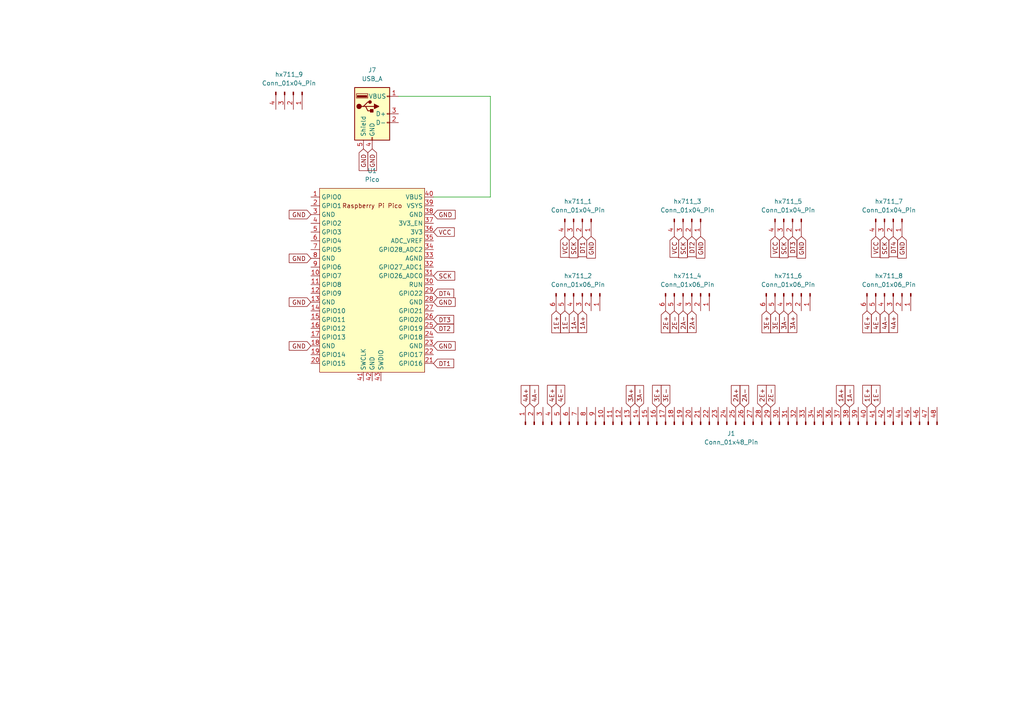
<source format=kicad_sch>
(kicad_sch (version 20231120) (generator "eeschema") (generator_version "8.0")
  (paper "A4")
  (lib_symbols
    (symbol "Connector:Conn_01x04_Pin" (pin_names (offset 1.016) hide)
      (property "Reference" "J" (at 0 5.08 0))
      (property "Value" "Conn_01x04_Pin" (at 0 -7.62 0))
      (symbol "Conn_01x04_Pin_1_1"
        (polyline (pts (xy 1.27 -5.08) (xy 0.8636 -5.08)) (stroke (width 0.1524)))
        (polyline (pts (xy 1.27 -2.54) (xy 0.8636 -2.54)) (stroke (width 0.1524)))
        (polyline (pts (xy 1.27 0) (xy 0.8636 0)) (stroke (width 0.1524)))
        (polyline (pts (xy 1.27 2.54) (xy 0.8636 2.54)) (stroke (width 0.1524)))
        (rectangle (start 0.8636 -4.953) (end 0 -5.207) (stroke (width 0.1524)) (fill (type outline)))
        (rectangle (start 0.8636 -2.413) (end 0 -2.667) (stroke (width 0.1524)) (fill (type outline)))
        (rectangle (start 0.8636 0.127) (end 0 -0.127) (stroke (width 0.1524)) (fill (type outline)))
        (rectangle (start 0.8636 2.667) (end 0 2.413) (stroke (width 0.1524)) (fill (type outline)))
        (pin passive line (at 5.08 2.54 180) (length 3.81) (name "Pin_1") (number "1"))
        (pin passive line (at 5.08 0 180) (length 3.81) (name "Pin_2") (number "2"))
        (pin passive line (at 5.08 -2.54 180) (length 3.81) (name "Pin_3") (number "3"))
        (pin passive line (at 5.08 -5.08 180) (length 3.81) (name "Pin_4") (number "4"))
      )
    )
    (symbol "Connector:Conn_01x06_Pin" (pin_names (offset 1.016) hide)
      (property "Reference" "J" (at 0 7.62 0))
      (property "Value" "Conn_01x06_Pin" (at 0 -10.16 0))
      (symbol "Conn_01x06_Pin_1_1"
        (polyline (pts (xy 1.27 -7.62) (xy 0.8636 -7.62)) (stroke (width 0.1524)))
        (polyline (pts (xy 1.27 -5.08) (xy 0.8636 -5.08)) (stroke (width 0.1524)))
        (polyline (pts (xy 1.27 -2.54) (xy 0.8636 -2.54)) (stroke (width 0.1524)))
        (polyline (pts (xy 1.27 0) (xy 0.8636 0)) (stroke (width 0.1524)))
        (polyline (pts (xy 1.27 2.54) (xy 0.8636 2.54)) (stroke (width 0.1524)))
        (polyline (pts (xy 1.27 5.08) (xy 0.8636 5.08)) (stroke (width 0.1524)))
        (rectangle (start 0.8636 -7.493) (end 0 -7.747) (stroke (width 0.1524)) (fill (type outline)))
        (rectangle (start 0.8636 -4.953) (end 0 -5.207) (stroke (width 0.1524)) (fill (type outline)))
        (rectangle (start 0.8636 -2.413) (end 0 -2.667) (stroke (width 0.1524)) (fill (type outline)))
        (rectangle (start 0.8636 0.127) (end 0 -0.127) (stroke (width 0.1524)) (fill (type outline)))
        (rectangle (start 0.8636 2.667) (end 0 2.413) (stroke (width 0.1524)) (fill (type outline)))
        (rectangle (start 0.8636 5.207) (end 0 4.953) (stroke (width 0.1524)) (fill (type outline)))
        (pin passive line (at 5.08 5.08 180) (length 3.81) (name "Pin_1") (number "1"))
        (pin passive line (at 5.08 2.54 180) (length 3.81) (name "Pin_2") (number "2"))
        (pin passive line (at 5.08 0 180) (length 3.81) (name "Pin_3") (number "3"))
        (pin passive line (at 5.08 -2.54 180) (length 3.81) (name "Pin_4") (number "4"))
        (pin passive line (at 5.08 -5.08 180) (length 3.81) (name "Pin_5") (number "5"))
        (pin passive line (at 5.08 -7.62 180) (length 3.81) (name "Pin_6") (number "6"))
      )
    )
    (symbol "Connector:Conn_01x48_Pin" (pin_names (offset 1.016) hide)
      (property "Reference" "J" (at 0 60.96 0))
      (property "Value" "Conn_01x48_Pin" (at 0 -63.5 0))
      (symbol "Conn_01x48_Pin_1_1"
        (polyline (pts (xy 1.27 -60.96) (xy 0.8636 -60.96)) (stroke (width 0.1524)))
        (polyline (pts (xy 1.27 -58.42) (xy 0.8636 -58.42)) (stroke (width 0.1524)))
        (polyline (pts (xy 1.27 -55.88) (xy 0.8636 -55.88)) (stroke (width 0.1524)))
        (polyline (pts (xy 1.27 -53.34) (xy 0.8636 -53.34)) (stroke (width 0.1524)))
        (polyline (pts (xy 1.27 -50.8) (xy 0.8636 -50.8)) (stroke (width 0.1524)))
        (polyline (pts (xy 1.27 -48.26) (xy 0.8636 -48.26)) (stroke (width 0.1524)))
        (polyline (pts (xy 1.27 -45.72) (xy 0.8636 -45.72)) (stroke (width 0.1524)))
        (polyline (pts (xy 1.27 -43.18) (xy 0.8636 -43.18)) (stroke (width 0.1524)))
        (polyline (pts (xy 1.27 -40.64) (xy 0.8636 -40.64)) (stroke (width 0.1524)))
        (polyline (pts (xy 1.27 -38.1) (xy 0.8636 -38.1)) (stroke (width 0.1524)))
        (polyline (pts (xy 1.27 -35.56) (xy 0.8636 -35.56)) (stroke (width 0.1524)))
        (polyline (pts (xy 1.27 -33.02) (xy 0.8636 -33.02)) (stroke (width 0.1524)))
        (polyline (pts (xy 1.27 -30.48) (xy 0.8636 -30.48)) (stroke (width 0.1524)))
        (polyline (pts (xy 1.27 -27.94) (xy 0.8636 -27.94)) (stroke (width 0.1524)))
        (polyline (pts (xy 1.27 -25.4) (xy 0.8636 -25.4)) (stroke (width 0.1524)))
        (polyline (pts (xy 1.27 -22.86) (xy 0.8636 -22.86)) (stroke (width 0.1524)))
        (polyline (pts (xy 1.27 -20.32) (xy 0.8636 -20.32)) (stroke (width 0.1524)))
        (polyline (pts (xy 1.27 -17.78) (xy 0.8636 -17.78)) (stroke (width 0.1524)))
        (polyline (pts (xy 1.27 -15.24) (xy 0.8636 -15.24)) (stroke (width 0.1524)))
        (polyline (pts (xy 1.27 -12.7) (xy 0.8636 -12.7)) (stroke (width 0.1524)))
        (polyline (pts (xy 1.27 -10.16) (xy 0.8636 -10.16)) (stroke (width 0.1524)))
        (polyline (pts (xy 1.27 -7.62) (xy 0.8636 -7.62)) (stroke (width 0.1524)))
        (polyline (pts (xy 1.27 -5.08) (xy 0.8636 -5.08)) (stroke (width 0.1524)))
        (polyline (pts (xy 1.27 -2.54) (xy 0.8636 -2.54)) (stroke (width 0.1524)))
        (polyline (pts (xy 1.27 0) (xy 0.8636 0)) (stroke (width 0.1524)))
        (polyline (pts (xy 1.27 2.54) (xy 0.8636 2.54)) (stroke (width 0.1524)))
        (polyline (pts (xy 1.27 5.08) (xy 0.8636 5.08)) (stroke (width 0.1524)))
        (polyline (pts (xy 1.27 7.62) (xy 0.8636 7.62)) (stroke (width 0.1524)))
        (polyline (pts (xy 1.27 10.16) (xy 0.8636 10.16)) (stroke (width 0.1524)))
        (polyline (pts (xy 1.27 12.7) (xy 0.8636 12.7)) (stroke (width 0.1524)))
        (polyline (pts (xy 1.27 15.24) (xy 0.8636 15.24)) (stroke (width 0.1524)))
        (polyline (pts (xy 1.27 17.78) (xy 0.8636 17.78)) (stroke (width 0.1524)))
        (polyline (pts (xy 1.27 20.32) (xy 0.8636 20.32)) (stroke (width 0.1524)))
        (polyline (pts (xy 1.27 22.86) (xy 0.8636 22.86)) (stroke (width 0.1524)))
        (polyline (pts (xy 1.27 25.4) (xy 0.8636 25.4)) (stroke (width 0.1524)))
        (polyline (pts (xy 1.27 27.94) (xy 0.8636 27.94)) (stroke (width 0.1524)))
        (polyline (pts (xy 1.27 30.48) (xy 0.8636 30.48)) (stroke (width 0.1524)))
        (polyline (pts (xy 1.27 33.02) (xy 0.8636 33.02)) (stroke (width 0.1524)))
        (polyline (pts (xy 1.27 35.56) (xy 0.8636 35.56)) (stroke (width 0.1524)))
        (polyline (pts (xy 1.27 38.1) (xy 0.8636 38.1)) (stroke (width 0.1524)))
        (polyline (pts (xy 1.27 40.64) (xy 0.8636 40.64)) (stroke (width 0.1524)))
        (polyline (pts (xy 1.27 43.18) (xy 0.8636 43.18)) (stroke (width 0.1524)))
        (polyline (pts (xy 1.27 45.72) (xy 0.8636 45.72)) (stroke (width 0.1524)))
        (polyline (pts (xy 1.27 48.26) (xy 0.8636 48.26)) (stroke (width 0.1524)))
        (polyline (pts (xy 1.27 50.8) (xy 0.8636 50.8)) (stroke (width 0.1524)))
        (polyline (pts (xy 1.27 53.34) (xy 0.8636 53.34)) (stroke (width 0.1524)))
        (polyline (pts (xy 1.27 55.88) (xy 0.8636 55.88)) (stroke (width 0.1524)))
        (polyline (pts (xy 1.27 58.42) (xy 0.8636 58.42)) (stroke (width 0.1524)))
        (rectangle (start 0.8636 -60.833) (end 0 -61.087) (stroke (width 0.1524)) (fill (type outline)))
        (rectangle (start 0.8636 -58.293) (end 0 -58.547) (stroke (width 0.1524)) (fill (type outline)))
        (rectangle (start 0.8636 -55.753) (end 0 -56.007) (stroke (width 0.1524)) (fill (type outline)))
        (rectangle (start 0.8636 -53.213) (end 0 -53.467) (stroke (width 0.1524)) (fill (type outline)))
        (rectangle (start 0.8636 -50.673) (end 0 -50.927) (stroke (width 0.1524)) (fill (type outline)))
        (rectangle (start 0.8636 -48.133) (end 0 -48.387) (stroke (width 0.1524)) (fill (type outline)))
        (rectangle (start 0.8636 -45.593) (end 0 -45.847) (stroke (width 0.1524)) (fill (type outline)))
        (rectangle (start 0.8636 -43.053) (end 0 -43.307) (stroke (width 0.1524)) (fill (type outline)))
        (rectangle (start 0.8636 -40.513) (end 0 -40.767) (stroke (width 0.1524)) (fill (type outline)))
        (rectangle (start 0.8636 -37.973) (end 0 -38.227) (stroke (width 0.1524)) (fill (type outline)))
        (rectangle (start 0.8636 -35.433) (end 0 -35.687) (stroke (width 0.1524)) (fill (type outline)))
        (rectangle (start 0.8636 -32.893) (end 0 -33.147) (stroke (width 0.1524)) (fill (type outline)))
        (rectangle (start 0.8636 -30.353) (end 0 -30.607) (stroke (width 0.1524)) (fill (type outline)))
        (rectangle (start 0.8636 -27.813) (end 0 -28.067) (stroke (width 0.1524)) (fill (type outline)))
        (rectangle (start 0.8636 -25.273) (end 0 -25.527) (stroke (width 0.1524)) (fill (type outline)))
        (rectangle (start 0.8636 -22.733) (end 0 -22.987) (stroke (width 0.1524)) (fill (type outline)))
        (rectangle (start 0.8636 -20.193) (end 0 -20.447) (stroke (width 0.1524)) (fill (type outline)))
        (rectangle (start 0.8636 -17.653) (end 0 -17.907) (stroke (width 0.1524)) (fill (type outline)))
        (rectangle (start 0.8636 -15.113) (end 0 -15.367) (stroke (width 0.1524)) (fill (type outline)))
        (rectangle (start 0.8636 -12.573) (end 0 -12.827) (stroke (width 0.1524)) (fill (type outline)))
        (rectangle (start 0.8636 -10.033) (end 0 -10.287) (stroke (width 0.1524)) (fill (type outline)))
        (rectangle (start 0.8636 -7.493) (end 0 -7.747) (stroke (width 0.1524)) (fill (type outline)))
        (rectangle (start 0.8636 -4.953) (end 0 -5.207) (stroke (width 0.1524)) (fill (type outline)))
        (rectangle (start 0.8636 -2.413) (end 0 -2.667) (stroke (width 0.1524)) (fill (type outline)))
        (rectangle (start 0.8636 0.127) (end 0 -0.127) (stroke (width 0.1524)) (fill (type outline)))
        (rectangle (start 0.8636 2.667) (end 0 2.413) (stroke (width 0.1524)) (fill (type outline)))
        (rectangle (start 0.8636 5.207) (end 0 4.953) (stroke (width 0.1524)) (fill (type outline)))
        (rectangle (start 0.8636 7.747) (end 0 7.493) (stroke (width 0.1524)) (fill (type outline)))
        (rectangle (start 0.8636 10.287) (end 0 10.033) (stroke (width 0.1524)) (fill (type outline)))
        (rectangle (start 0.8636 12.827) (end 0 12.573) (stroke (width 0.1524)) (fill (type outline)))
        (rectangle (start 0.8636 15.367) (end 0 15.113) (stroke (width 0.1524)) (fill (type outline)))
        (rectangle (start 0.8636 17.907) (end 0 17.653) (stroke (width 0.1524)) (fill (type outline)))
        (rectangle (start 0.8636 20.447) (end 0 20.193) (stroke (width 0.1524)) (fill (type outline)))
        (rectangle (start 0.8636 22.987) (end 0 22.733) (stroke (width 0.1524)) (fill (type outline)))
        (rectangle (start 0.8636 25.527) (end 0 25.273) (stroke (width 0.1524)) (fill (type outline)))
        (rectangle (start 0.8636 28.067) (end 0 27.813) (stroke (width 0.1524)) (fill (type outline)))
        (rectangle (start 0.8636 30.607) (end 0 30.353) (stroke (width 0.1524)) (fill (type outline)))
        (rectangle (start 0.8636 33.147) (end 0 32.893) (stroke (width 0.1524)) (fill (type outline)))
        (rectangle (start 0.8636 35.687) (end 0 35.433) (stroke (width 0.1524)) (fill (type outline)))
        (rectangle (start 0.8636 38.227) (end 0 37.973) (stroke (width 0.1524)) (fill (type outline)))
        (rectangle (start 0.8636 40.767) (end 0 40.513) (stroke (width 0.1524)) (fill (type outline)))
        (rectangle (start 0.8636 43.307) (end 0 43.053) (stroke (width 0.1524)) (fill (type outline)))
        (rectangle (start 0.8636 45.847) (end 0 45.593) (stroke (width 0.1524)) (fill (type outline)))
        (rectangle (start 0.8636 48.387) (end 0 48.133) (stroke (width 0.1524)) (fill (type outline)))
        (rectangle (start 0.8636 50.927) (end 0 50.673) (stroke (width 0.1524)) (fill (type outline)))
        (rectangle (start 0.8636 53.467) (end 0 53.213) (stroke (width 0.1524)) (fill (type outline)))
        (rectangle (start 0.8636 56.007) (end 0 55.753) (stroke (width 0.1524)) (fill (type outline)))
        (rectangle (start 0.8636 58.547) (end 0 58.293) (stroke (width 0.1524)) (fill (type outline)))
        (pin passive line (at 5.08 58.42 180) (length 3.81) (name "Pin_1") (number "1"))
        (pin passive line (at 5.08 35.56 180) (length 3.81) (name "Pin_10") (number "10"))
        (pin passive line (at 5.08 33.02 180) (length 3.81) (name "Pin_11") (number "11"))
        (pin passive line (at 5.08 30.48 180) (length 3.81) (name "Pin_12") (number "12"))
        (pin passive line (at 5.08 27.94 180) (length 3.81) (name "Pin_13") (number "13"))
        (pin passive line (at 5.08 25.4 180) (length 3.81) (name "Pin_14") (number "14"))
        (pin passive line (at 5.08 22.86 180) (length 3.81) (name "Pin_15") (number "15"))
        (pin passive line (at 5.08 20.32 180) (length 3.81) (name "Pin_16") (number "16"))
        (pin passive line (at 5.08 17.78 180) (length 3.81) (name "Pin_17") (number "17"))
        (pin passive line (at 5.08 15.24 180) (length 3.81) (name "Pin_18") (number "18"))
        (pin passive line (at 5.08 12.7 180) (length 3.81) (name "Pin_19") (number "19"))
        (pin passive line (at 5.08 55.88 180) (length 3.81) (name "Pin_2") (number "2"))
        (pin passive line (at 5.08 10.16 180) (length 3.81) (name "Pin_20") (number "20"))
        (pin passive line (at 5.08 7.62 180) (length 3.81) (name "Pin_21") (number "21"))
        (pin passive line (at 5.08 5.08 180) (length 3.81) (name "Pin_22") (number "22"))
        (pin passive line (at 5.08 2.54 180) (length 3.81) (name "Pin_23") (number "23"))
        (pin passive line (at 5.08 0 180) (length 3.81) (name "Pin_24") (number "24"))
        (pin passive line (at 5.08 -2.54 180) (length 3.81) (name "Pin_25") (number "25"))
        (pin passive line (at 5.08 -5.08 180) (length 3.81) (name "Pin_26") (number "26"))
        (pin passive line (at 5.08 -7.62 180) (length 3.81) (name "Pin_27") (number "27"))
        (pin passive line (at 5.08 -10.16 180) (length 3.81) (name "Pin_28") (number "28"))
        (pin passive line (at 5.08 -12.7 180) (length 3.81) (name "Pin_29") (number "29"))
        (pin passive line (at 5.08 53.34 180) (length 3.81) (name "Pin_3") (number "3"))
        (pin passive line (at 5.08 -15.24 180) (length 3.81) (name "Pin_30") (number "30"))
        (pin passive line (at 5.08 -17.78 180) (length 3.81) (name "Pin_31") (number "31"))
        (pin passive line (at 5.08 -20.32 180) (length 3.81) (name "Pin_32") (number "32"))
        (pin passive line (at 5.08 -22.86 180) (length 3.81) (name "Pin_33") (number "33"))
        (pin passive line (at 5.08 -25.4 180) (length 3.81) (name "Pin_34") (number "34"))
        (pin passive line (at 5.08 -27.94 180) (length 3.81) (name "Pin_35") (number "35"))
        (pin passive line (at 5.08 -30.48 180) (length 3.81) (name "Pin_36") (number "36"))
        (pin passive line (at 5.08 -33.02 180) (length 3.81) (name "Pin_37") (number "37"))
        (pin passive line (at 5.08 -35.56 180) (length 3.81) (name "Pin_38") (number "38"))
        (pin passive line (at 5.08 -38.1 180) (length 3.81) (name "Pin_39") (number "39"))
        (pin passive line (at 5.08 50.8 180) (length 3.81) (name "Pin_4") (number "4"))
        (pin passive line (at 5.08 -40.64 180) (length 3.81) (name "Pin_40") (number "40"))
        (pin passive line (at 5.08 -43.18 180) (length 3.81) (name "Pin_41") (number "41"))
        (pin passive line (at 5.08 -45.72 180) (length 3.81) (name "Pin_42") (number "42"))
        (pin passive line (at 5.08 -48.26 180) (length 3.81) (name "Pin_43") (number "43"))
        (pin passive line (at 5.08 -50.8 180) (length 3.81) (name "Pin_44") (number "44"))
        (pin passive line (at 5.08 -53.34 180) (length 3.81) (name "Pin_45") (number "45"))
        (pin passive line (at 5.08 -55.88 180) (length 3.81) (name "Pin_46") (number "46"))
        (pin passive line (at 5.08 -58.42 180) (length 3.81) (name "Pin_47") (number "47"))
        (pin passive line (at 5.08 -60.96 180) (length 3.81) (name "Pin_48") (number "48"))
        (pin passive line (at 5.08 48.26 180) (length 3.81) (name "Pin_5") (number "5"))
        (pin passive line (at 5.08 45.72 180) (length 3.81) (name "Pin_6") (number "6"))
        (pin passive line (at 5.08 43.18 180) (length 3.81) (name "Pin_7") (number "7"))
        (pin passive line (at 5.08 40.64 180) (length 3.81) (name "Pin_8") (number "8"))
        (pin passive line (at 5.08 38.1 180) (length 3.81) (name "Pin_9") (number "9"))
      )
    )
    (symbol "Connector:USB_A" (pin_names (offset 1.016))
      (property "Reference" "J" (at -5.08 11.43 0))
      (property "Value" "USB_A" (at -5.08 8.89 0))
      (symbol "USB_A_0_1"
        (rectangle (start -5.08 -7.62) (end 5.08 7.62) (stroke (width 0.254)) (fill (type background)))
        (circle (center -3.81 2.159) (radius 0.635) (stroke (width 0.254)) (fill (type outline)))
        (rectangle (start -1.524 4.826) (end -4.318 5.334) (fill (type outline)))
        (rectangle (start -1.27 4.572) (end -4.572 5.842))
        (circle (center -0.635 3.429) (radius 0.381) (stroke (width 0.254)) (fill (type outline)))
        (rectangle (start -0.127 -7.62) (end 0.127 -6.858))
        (polyline (pts (xy -3.175 2.159) (xy -2.54 2.159) (xy -1.27 3.429) (xy -0.635 3.429)) (stroke (width 0.254)))
        (polyline (pts (xy -2.54 2.159) (xy -1.905 2.159) (xy -1.27 0.889) (xy 0 0.889)) (stroke (width 0.254)))
        (polyline (pts (xy 0.635 2.794) (xy 0.635 1.524) (xy 1.905 2.159) (xy 0.635 2.794)) (stroke (width 0.254)) (fill (type outline)))
        (rectangle (start 0.254 1.27) (end -0.508 0.508) (stroke (width 0.254)) (fill (type outline)))
        (rectangle (start 5.08 -2.667) (end 4.318 -2.413))
        (rectangle (start 5.08 -0.127) (end 4.318 0.127))
        (rectangle (start 5.08 4.953) (end 4.318 5.207))
      )
      (symbol "USB_A_1_1"
        (polyline (pts (xy -1.905 2.159) (xy 0.635 2.159)) (stroke (width 0.254)))
        (pin power_in line (at 7.62 5.08 180) (length 2.54) (name "VBUS") (number "1"))
        (pin bidirectional line (at 7.62 -2.54 180) (length 2.54) (name "D-") (number "2"))
        (pin bidirectional line (at 7.62 0 180) (length 2.54) (name "D+") (number "3"))
        (pin power_in line (at 0 -10.16 90) (length 2.54) (name "GND") (number "4"))
        (pin passive line (at -2.54 -10.16 90) (length 2.54) (name "Shield") (number "5"))
      )
    )
    (symbol "Rasperry Pico 2:Pico"
      (property "Reference" "U" (at -13.97 27.94 0))
      (property "Value" "Pico" (at 0 19.05 0))
      (symbol "Pico_0_0"
        (text "Raspberry Pi Pico" (at 0 21.59 0) (effects (font (size 1.27 1.27))))
      )
      (symbol "Pico_0_1"
        (rectangle (start -15.24 26.67) (end 15.24 -26.67) (fill (type background)))
      )
      (symbol "Pico_1_1"
        (pin bidirectional line (at -17.78 24.13 0) (length 2.54) (name "GPIO0") (number "1"))
        (pin bidirectional line (at -17.78 1.27 0) (length 2.54) (name "GPIO7") (number "10"))
        (pin bidirectional line (at -17.78 -1.27 0) (length 2.54) (name "GPIO8") (number "11"))
        (pin bidirectional line (at -17.78 -3.81 0) (length 2.54) (name "GPIO9") (number "12"))
        (pin power_in line (at -17.78 -6.35 0) (length 2.54) (name "GND") (number "13"))
        (pin bidirectional line (at -17.78 -8.89 0) (length 2.54) (name "GPIO10") (number "14"))
        (pin bidirectional line (at -17.78 -11.43 0) (length 2.54) (name "GPIO11") (number "15"))
        (pin bidirectional line (at -17.78 -13.97 0) (length 2.54) (name "GPIO12") (number "16"))
        (pin bidirectional line (at -17.78 -16.51 0) (length 2.54) (name "GPIO13") (number "17"))
        (pin power_in line (at -17.78 -19.05 0) (length 2.54) (name "GND") (number "18"))
        (pin bidirectional line (at -17.78 -21.59 0) (length 2.54) (name "GPIO14") (number "19"))
        (pin bidirectional line (at -17.78 21.59 0) (length 2.54) (name "GPIO1") (number "2"))
        (pin bidirectional line (at -17.78 -24.13 0) (length 2.54) (name "GPIO15") (number "20"))
        (pin bidirectional line (at 17.78 -24.13 180) (length 2.54) (name "GPIO16") (number "21"))
        (pin bidirectional line (at 17.78 -21.59 180) (length 2.54) (name "GPIO17") (number "22"))
        (pin power_in line (at 17.78 -19.05 180) (length 2.54) (name "GND") (number "23"))
        (pin bidirectional line (at 17.78 -16.51 180) (length 2.54) (name "GPIO18") (number "24"))
        (pin bidirectional line (at 17.78 -13.97 180) (length 2.54) (name "GPIO19") (number "25"))
        (pin bidirectional line (at 17.78 -11.43 180) (length 2.54) (name "GPIO20") (number "26"))
        (pin bidirectional line (at 17.78 -8.89 180) (length 2.54) (name "GPIO21") (number "27"))
        (pin power_in line (at 17.78 -6.35 180) (length 2.54) (name "GND") (number "28"))
        (pin bidirectional line (at 17.78 -3.81 180) (length 2.54) (name "GPIO22") (number "29"))
        (pin power_in line (at -17.78 19.05 0) (length 2.54) (name "GND") (number "3"))
        (pin input line (at 17.78 -1.27 180) (length 2.54) (name "RUN") (number "30"))
        (pin bidirectional line (at 17.78 1.27 180) (length 2.54) (name "GPIO26_ADC0") (number "31"))
        (pin bidirectional line (at 17.78 3.81 180) (length 2.54) (name "GPIO27_ADC1") (number "32"))
        (pin power_in line (at 17.78 6.35 180) (length 2.54) (name "AGND") (number "33"))
        (pin bidirectional line (at 17.78 8.89 180) (length 2.54) (name "GPIO28_ADC2") (number "34"))
        (pin power_in line (at 17.78 11.43 180) (length 2.54) (name "ADC_VREF") (number "35"))
        (pin power_in line (at 17.78 13.97 180) (length 2.54) (name "3V3") (number "36"))
        (pin input line (at 17.78 16.51 180) (length 2.54) (name "3V3_EN") (number "37"))
        (pin bidirectional line (at 17.78 19.05 180) (length 2.54) (name "GND") (number "38"))
        (pin power_in line (at 17.78 21.59 180) (length 2.54) (name "VSYS") (number "39"))
        (pin bidirectional line (at -17.78 16.51 0) (length 2.54) (name "GPIO2") (number "4"))
        (pin power_in line (at 17.78 24.13 180) (length 2.54) (name "VBUS") (number "40"))
        (pin input line (at -2.54 -29.21 90) (length 2.54) (name "SWCLK") (number "41"))
        (pin power_in line (at 0 -29.21 90) (length 2.54) (name "GND") (number "42"))
        (pin bidirectional line (at 2.54 -29.21 90) (length 2.54) (name "SWDIO") (number "43"))
        (pin bidirectional line (at -17.78 13.97 0) (length 2.54) (name "GPIO3") (number "5"))
        (pin bidirectional line (at -17.78 11.43 0) (length 2.54) (name "GPIO4") (number "6"))
        (pin bidirectional line (at -17.78 8.89 0) (length 2.54) (name "GPIO5") (number "7"))
        (pin power_in line (at -17.78 6.35 0) (length 2.54) (name "GND") (number "8"))
        (pin bidirectional line (at -17.78 3.81 0) (length 2.54) (name "GPIO6") (number "9"))
      )
    )
  )
  (wire (pts (xy 115.57 27.94) (xy 142.24 27.94)))
  (wire (pts (xy 125.73 57.15) (xy 142.24 57.15)))
  (wire (pts (xy 142.24 27.94) (xy 142.24 57.15)))
  (global_label "DT2" (shape input) (at 200.66 68.58 270) (property "Intersheetrefs" "${INTERSHEET_REFS}" (effects (hide yes))))
  (global_label "3A-" (shape input) (at 227.33 90.17 270) (property "Intersheetrefs" "${INTERSHEET_REFS}" (effects (hide yes))))
  (global_label "2A-" (shape input) (at 198.12 90.17 270) (property "Intersheetrefs" "${INTERSHEET_REFS}" (effects (hide yes))))
  (global_label "DT4" (shape input) (at 125.73 85.09 0) (property "Intersheetrefs" "${INTERSHEET_REFS}" (effects (hide yes))))
  (global_label "3E+" (shape input) (at 190.5 118.11 90) (property "Intersheetrefs" "${INTERSHEET_REFS}" (effects (hide yes))))
  (global_label "1E-" (shape input) (at 254 118.11 90) (property "Intersheetrefs" "${INTERSHEET_REFS}" (effects (hide yes))))
  (global_label "VCC" (shape input) (at 254 68.58 270) (property "Intersheetrefs" "${INTERSHEET_REFS}" (effects (hide yes))))
  (global_label "DT3" (shape input) (at 125.73 92.71 0) (property "Intersheetrefs" "${INTERSHEET_REFS}" (effects (hide yes))))
  (global_label "1E+" (shape input) (at 251.46 118.11 90) (property "Intersheetrefs" "${INTERSHEET_REFS}" (effects (hide yes))))
  (global_label "4E+" (shape input) (at 160.02 118.11 90) (property "Intersheetrefs" "${INTERSHEET_REFS}" (effects (hide yes))))
  (global_label "GND" (shape input) (at 232.41 68.58 270) (property "Intersheetrefs" "${INTERSHEET_REFS}" (effects (hide yes))))
  (global_label "GND" (shape input) (at 125.73 100.33 0) (property "Intersheetrefs" "${INTERSHEET_REFS}" (effects (hide yes))))
  (global_label "1A-" (shape input) (at 166.37 90.17 270) (property "Intersheetrefs" "${INTERSHEET_REFS}" (effects (hide yes))))
  (global_label "SCK" (shape input) (at 227.33 68.58 270) (property "Intersheetrefs" "${INTERSHEET_REFS}" (effects (hide yes))))
  (global_label "1A+" (shape input) (at 243.84 118.11 90) (property "Intersheetrefs" "${INTERSHEET_REFS}" (effects (hide yes))))
  (global_label "4E-" (shape input) (at 254 90.17 270) (property "Intersheetrefs" "${INTERSHEET_REFS}" (effects (hide yes))))
  (global_label "DT2" (shape input) (at 125.73 95.25 0) (property "Intersheetrefs" "${INTERSHEET_REFS}" (effects (hide yes))))
  (global_label "SCK" (shape input) (at 198.12 68.58 270) (property "Intersheetrefs" "${INTERSHEET_REFS}" (effects (hide yes))))
  (global_label "4A+" (shape input) (at 259.08 90.17 270) (property "Intersheetrefs" "${INTERSHEET_REFS}" (effects (hide yes))))
  (global_label "VCC" (shape input) (at 163.83 68.58 270) (property "Intersheetrefs" "${INTERSHEET_REFS}" (effects (hide yes))))
  (global_label "2A+" (shape input) (at 200.66 90.17 270) (property "Intersheetrefs" "${INTERSHEET_REFS}" (effects (hide yes))))
  (global_label "SCK" (shape input) (at 256.54 68.58 270) (property "Intersheetrefs" "${INTERSHEET_REFS}" (effects (hide yes))))
  (global_label "2E+" (shape input) (at 193.04 90.17 270) (property "Intersheetrefs" "${INTERSHEET_REFS}" (effects (hide yes))))
  (global_label "3A+" (shape input) (at 229.87 90.17 270) (property "Intersheetrefs" "${INTERSHEET_REFS}" (effects (hide yes))))
  (global_label "GND" (shape input) (at 203.2 68.58 270) (property "Intersheetrefs" "${INTERSHEET_REFS}" (effects (hide yes))))
  (global_label "3A+" (shape input) (at 182.88 118.11 90) (property "Intersheetrefs" "${INTERSHEET_REFS}" (effects (hide yes))))
  (global_label "4E-" (shape input) (at 162.56 118.11 90) (property "Intersheetrefs" "${INTERSHEET_REFS}" (effects (hide yes))))
  (global_label "GND" (shape input) (at 90.17 87.63 180) (property "Intersheetrefs" "${INTERSHEET_REFS}" (effects (hide yes))))
  (global_label "GND" (shape input) (at 90.17 62.23 180) (property "Intersheetrefs" "${INTERSHEET_REFS}" (effects (hide yes))))
  (global_label "GND" (shape input) (at 125.73 62.23 0) (property "Intersheetrefs" "${INTERSHEET_REFS}" (effects (hide yes))))
  (global_label "DT3" (shape input) (at 229.87 68.58 270) (property "Intersheetrefs" "${INTERSHEET_REFS}" (effects (hide yes))))
  (global_label "2E-" (shape input) (at 195.58 90.17 270) (property "Intersheetrefs" "${INTERSHEET_REFS}" (effects (hide yes))))
  (global_label "DT1" (shape input) (at 168.91 68.58 270) (property "Intersheetrefs" "${INTERSHEET_REFS}" (effects (hide yes))))
  (global_label "GND" (shape input) (at 261.62 68.58 270) (property "Intersheetrefs" "${INTERSHEET_REFS}" (effects (hide yes))))
  (global_label "VCC" (shape input) (at 125.73 67.31 0) (property "Intersheetrefs" "${INTERSHEET_REFS}" (effects (hide yes))))
  (global_label "GND" (shape input) (at 125.73 87.63 0) (property "Intersheetrefs" "${INTERSHEET_REFS}" (effects (hide yes))))
  (global_label "GND" (shape input) (at 107.95 43.18 270) (property "Intersheetrefs" "${INTERSHEET_REFS}" (effects (hide yes))))
  (global_label "VCC" (shape input) (at 195.58 68.58 270) (property "Intersheetrefs" "${INTERSHEET_REFS}" (effects (hide yes))))
  (global_label "1E-" (shape input) (at 163.83 90.17 270) (property "Intersheetrefs" "${INTERSHEET_REFS}" (effects (hide yes))))
  (global_label "1A-" (shape input) (at 246.38 118.11 90) (property "Intersheetrefs" "${INTERSHEET_REFS}" (effects (hide yes))))
  (global_label "DT1" (shape input) (at 125.73 105.41 0) (property "Intersheetrefs" "${INTERSHEET_REFS}" (effects (hide yes))))
  (global_label "GND" (shape input) (at 90.17 74.93 180) (property "Intersheetrefs" "${INTERSHEET_REFS}" (effects (hide yes))))
  (global_label "2A-" (shape input) (at 215.9 118.11 90) (property "Intersheetrefs" "${INTERSHEET_REFS}" (effects (hide yes))))
  (global_label "SCK" (shape input) (at 125.73 80.01 0) (property "Intersheetrefs" "${INTERSHEET_REFS}" (effects (hide yes))))
  (global_label "2E-" (shape input) (at 223.52 118.11 90) (property "Intersheetrefs" "${INTERSHEET_REFS}" (effects (hide yes))))
  (global_label "GND" (shape input) (at 105.41 43.18 270) (property "Intersheetrefs" "${INTERSHEET_REFS}" (effects (hide yes))))
  (global_label "3A-" (shape input) (at 185.42 118.11 90) (property "Intersheetrefs" "${INTERSHEET_REFS}" (effects (hide yes))))
  (global_label "DT4" (shape input) (at 259.08 68.58 270) (property "Intersheetrefs" "${INTERSHEET_REFS}" (effects (hide yes))))
  (global_label "SCK" (shape input) (at 166.37 68.58 270) (property "Intersheetrefs" "${INTERSHEET_REFS}" (effects (hide yes))))
  (global_label "3E+" (shape input) (at 222.25 90.17 270) (property "Intersheetrefs" "${INTERSHEET_REFS}" (effects (hide yes))))
  (global_label "VCC" (shape input) (at 224.79 68.58 270) (property "Intersheetrefs" "${INTERSHEET_REFS}" (effects (hide yes))))
  (global_label "GND" (shape input) (at 90.17 100.33 180) (property "Intersheetrefs" "${INTERSHEET_REFS}" (effects (hide yes))))
  (global_label "3E-" (shape input) (at 224.79 90.17 270) (property "Intersheetrefs" "${INTERSHEET_REFS}" (effects (hide yes))))
  (global_label "1E+" (shape input) (at 161.29 90.17 270) (property "Intersheetrefs" "${INTERSHEET_REFS}" (effects (hide yes))))
  (global_label "4A+" (shape input) (at 152.4 118.11 90) (property "Intersheetrefs" "${INTERSHEET_REFS}" (effects (hide yes))))
  (global_label "1A+" (shape input) (at 168.91 90.17 270) (property "Intersheetrefs" "${INTERSHEET_REFS}" (effects (hide yes))))
  (global_label "3E-" (shape input) (at 193.04 118.11 90) (property "Intersheetrefs" "${INTERSHEET_REFS}" (effects (hide yes))))
  (global_label "4A-" (shape input) (at 154.94 118.11 90) (property "Intersheetrefs" "${INTERSHEET_REFS}" (effects (hide yes))))
  (global_label "4A-" (shape input) (at 256.54 90.17 270) (property "Intersheetrefs" "${INTERSHEET_REFS}" (effects (hide yes))))
  (global_label "2E+" (shape input) (at 220.98 118.11 90) (property "Intersheetrefs" "${INTERSHEET_REFS}" (effects (hide yes))))
  (global_label "GND" (shape input) (at 171.45 68.58 270) (property "Intersheetrefs" "${INTERSHEET_REFS}" (effects (hide yes))))
  (global_label "2A+" (shape input) (at 213.36 118.11 90) (property "Intersheetrefs" "${INTERSHEET_REFS}" (effects (hide yes))))
  (global_label "4E+" (shape input) (at 251.46 90.17 270) (property "Intersheetrefs" "${INTERSHEET_REFS}" (effects (hide yes))))
  (symbol (lib_id "Connector:Conn_01x04_Pin") (at 259.08 63.5 270) (unit 1)
    (property "Reference" "hx711_7" (at 257.81 58.42 90))
    (property "Value" "Conn_01x04_Pin" (at 257.81 60.96 90))
    (property "Footprint" "Connector_PinSocket_2.54mm:PinSocket_1x04_P2.54mm_Vertical" (effects (hide yes)))
    (property "Description" "Generic connector, single row, 01x04, script generated" (effects (hide yes)))
  )
  (symbol (lib_id "Connector:Conn_01x06_Pin") (at 168.91 85.09 270) (unit 1)
    (property "Reference" "hx711_2" (at 167.64 80.01 90))
    (property "Value" "Conn_01x06_Pin" (at 167.64 82.55 90))
    (property "Footprint" "Connector_PinSocket_2.54mm:PinSocket_1x06_P2.54mm_Vertical" (effects (hide yes)))
    (property "Description" "Generic connector, single row, 01x06, script generated" (effects (hide yes)))
  )
  (symbol (lib_id "Rasperry Pico 2:Pico") (at 107.95 81.28 0) (unit 1)
    (property "Reference" "U1" (at 107.95 49.53 0))
    (property "Value" "Pico" (at 107.95 52.07 0))
    (property "Footprint" "Rasperry Pico 2:RPi_Pico_SMD_TH" (effects (hide yes)))
  )
  (symbol (lib_id "Connector:USB_A") (at 107.95 33.02 0) (unit 1)
    (property "Reference" "J7" (at 107.95 20.32 0))
    (property "Value" "USB_A" (at 107.95 22.86 0))
    (property "Footprint" "Connector_USB:USB_A_Molex_67643_Horizontal" (effects (hide yes)))
    (property "Description" "USB Type A connector" (effects (hide yes)))
  )
  (symbol (lib_id "Connector:Conn_01x04_Pin") (at 168.91 63.5 270) (unit 1)
    (property "Reference" "hx711_1" (at 167.64 58.42 90))
    (property "Value" "Conn_01x04_Pin" (at 167.64 60.96 90))
    (property "Footprint" "Connector_PinSocket_2.54mm:PinSocket_1x04_P2.54mm_Vertical" (effects (hide yes)))
    (property "Description" "Generic connector, single row, 01x04, script generated" (effects (hide yes)))
  )
  (symbol (lib_id "Connector:Conn_01x06_Pin") (at 259.08 85.09 270) (unit 1)
    (property "Reference" "hx711_8" (at 257.81 80.01 90))
    (property "Value" "Conn_01x06_Pin" (at 257.81 82.55 90))
    (property "Footprint" "Connector_PinSocket_2.54mm:PinSocket_1x06_P2.54mm_Vertical" (effects (hide yes)))
    (property "Description" "Generic connector, single row, 01x06, script generated" (effects (hide yes)))
  )
  (symbol (lib_id "Connector:Conn_01x06_Pin") (at 229.87 85.09 270) (unit 1)
    (property "Reference" "hx711_6" (at 228.6 80.01 90))
    (property "Value" "Conn_01x06_Pin" (at 228.6 82.55 90))
    (property "Footprint" "Connector_PinSocket_2.54mm:PinSocket_1x06_P2.54mm_Vertical" (effects (hide yes)))
    (property "Description" "Generic connector, single row, 01x06, script generated" (effects (hide yes)))
  )
  (symbol (lib_id "Connector:Conn_01x06_Pin") (at 200.66 85.09 270) (unit 1)
    (property "Reference" "hx711_4" (at 199.39 80.01 90))
    (property "Value" "Conn_01x06_Pin" (at 199.39 82.55 90))
    (property "Footprint" "Connector_PinSocket_2.54mm:PinSocket_1x06_P2.54mm_Vertical" (effects (hide yes)))
    (property "Description" "Generic connector, single row, 01x06, script generated" (effects (hide yes)))
  )
  (symbol (lib_id "Connector:Conn_01x04_Pin") (at 200.66 63.5 270) (unit 1)
    (property "Reference" "hx711_3" (at 199.39 58.42 90))
    (property "Value" "Conn_01x04_Pin" (at 199.39 60.96 90))
    (property "Footprint" "Connector_PinSocket_2.54mm:PinSocket_1x04_P2.54mm_Vertical" (effects (hide yes)))
    (property "Description" "Generic connector, single row, 01x04, script generated" (effects (hide yes)))
  )
  (symbol (lib_id "Connector:Conn_01x04_Pin") (at 85.09 26.67 270) (unit 1)
    (property "Reference" "hx711_9" (at 83.82 21.59 90))
    (property "Value" "Conn_01x04_Pin" (at 83.82 24.13 90))
    (property "Footprint" "Connector_PinSocket_2.54mm:PinSocket_1x04_P2.54mm_Vertical" (effects (hide yes)))
    (property "Description" "Generic connector, single row, 01x04, script generated" (effects (hide yes)))
  )
  (symbol (lib_id "Connector:Conn_01x04_Pin") (at 229.87 63.5 270) (unit 1)
    (property "Reference" "hx711_5" (at 228.6 58.42 90))
    (property "Value" "Conn_01x04_Pin" (at 228.6 60.96 90))
    (property "Footprint" "Connector_PinSocket_2.54mm:PinSocket_1x04_P2.54mm_Vertical" (effects (hide yes)))
    (property "Description" "Generic connector, single row, 01x04, script generated" (effects (hide yes)))
  )
  (symbol (lib_id "Connector:Conn_01x48_Pin") (at 210.82 123.19 90) (unit 1)
    (property "Reference" "J1" (at 212.09 125.73 90))
    (property "Value" "Conn_01x48_Pin" (at 212.09 128.27 90))
    (property "Footprint" "Connector_RJ:RJ45_Amphenol_RJHSE538X-04" (effects (hide yes)))
    (property "Description" "\"Generic connector, single row, 01x48, script generated\"" (effects (hide yes)))
  )
)
</source>
